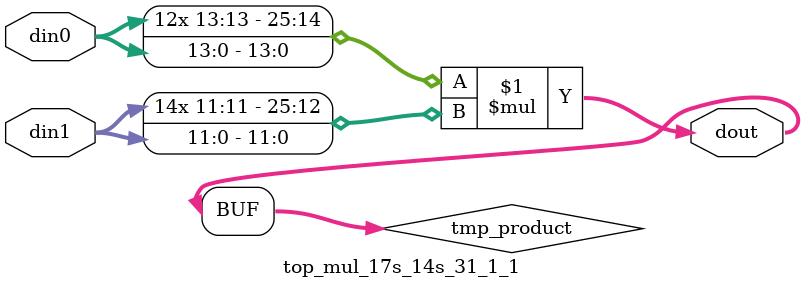
<source format=v>

`timescale 1 ns / 1 ps

 (* use_dsp = "no" *)  module top_mul_17s_14s_31_1_1(din0, din1, dout);
parameter ID = 1;
parameter NUM_STAGE = 0;
parameter din0_WIDTH = 14;
parameter din1_WIDTH = 12;
parameter dout_WIDTH = 26;

input [din0_WIDTH - 1 : 0] din0; 
input [din1_WIDTH - 1 : 0] din1; 
output [dout_WIDTH - 1 : 0] dout;

wire signed [dout_WIDTH - 1 : 0] tmp_product;



























assign tmp_product = $signed(din0) * $signed(din1);








assign dout = tmp_product;





















endmodule

</source>
